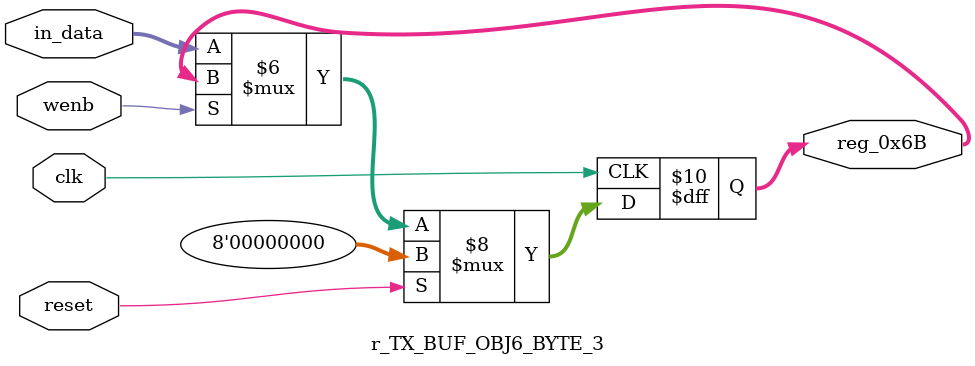
<source format=v>
module r_TX_BUF_OBJ6_BYTE_3(output reg [7:0] reg_0x6B, input wire reset, input wire wenb, input wire [7:0] in_data, input wire clk);
	always@(posedge clk)
	begin
		if(reset==0) begin
			if(wenb==0)
				reg_0x6B<=in_data;
			else
				reg_0x6B<=reg_0x6B;
		end
		else
			reg_0x6B<=8'h00;
	end
endmodule
</source>
